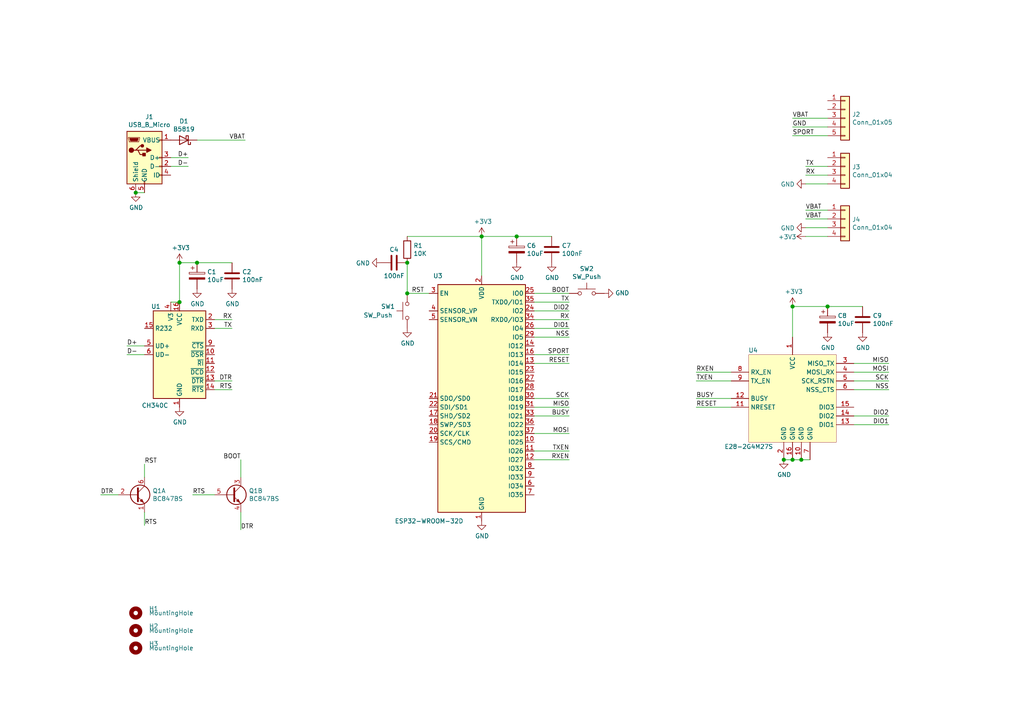
<source format=kicad_sch>
(kicad_sch (version 20201015) (generator eeschema)
  (page 1 1)
  (paper "A4")
  (lib_symbols
    (symbol "Connector:USB_B_Micro"
      (property "Reference" "J" (at -5.08 11.43 0))
      (property "Value" "USB_B_Micro" (at -5.08 8.89 0))
      (symbol "USB_B_Micro_0_1"
        (circle (center -3.81 2.159) (radius 0.635) (stroke (width 0.254)) (fill (type outline)))
        (circle (center -0.635 3.429) (radius 0.381) (stroke (width 0.254)) (fill (type outline)))
        (rectangle (start -5.08 -7.62) (end 5.08 7.62) (stroke (width 0.254)) (fill (type background)))
        (rectangle (start -0.127 -7.62) (end 0.127 -6.858))
        (rectangle (start 0.254 1.27) (end -0.508 0.508) (stroke (width 0.254)) (fill (type outline)))
        (rectangle (start 5.08 -5.207) (end 4.318 -4.953))
        (rectangle (start 5.08 -2.667) (end 4.318 -2.413))
        (rectangle (start 5.08 -0.127) (end 4.318 0.127))
        (rectangle (start 5.08 4.953) (end 4.318 5.207))
        (polyline (pts (xy -1.905 2.159) (xy 0.635 2.159)) (stroke (width 0.254)))
        (polyline (pts (xy -3.175 2.159) (xy -2.54 2.159) (xy -1.27 3.429) (xy -0.635 3.429)) (stroke (width 0.254)))
        (polyline (pts (xy -2.54 2.159) (xy -1.905 2.159) (xy -1.27 0.889) (xy 0 0.889)) (stroke (width 0.254)))
        (polyline (pts (xy 0.635 2.794) (xy 0.635 1.524) (xy 1.905 2.159) (xy 0.635 2.794)) (stroke (width 0.254)) (fill (type outline)))
        (polyline (pts (xy -4.318 5.588) (xy -1.778 5.588) (xy -2.032 4.826) (xy -4.064 4.826) (xy -4.318 5.588)) (fill (type outline)))
        (polyline (pts (xy -4.699 5.842) (xy -4.699 5.588) (xy -4.445 4.826) (xy -4.445 4.572) (xy -1.651 4.572) (xy -1.651 4.826) (xy -1.397 5.588) (xy -1.397 5.842) (xy -4.699 5.842)))
      )
      (symbol "USB_B_Micro_1_1"
        (pin power_out line (at 7.62 5.08 180) (length 2.54) (name "VBUS") (number "1"))
        (pin passive line (at 7.62 -2.54 180) (length 2.54) (name "D-") (number "2"))
        (pin passive line (at 7.62 0 180) (length 2.54) (name "D+") (number "3"))
        (pin passive line (at 7.62 -5.08 180) (length 2.54) (name "ID") (number "4"))
        (pin power_out line (at 0 -10.16 90) (length 2.54) (name "GND") (number "5"))
        (pin passive line (at -2.54 -10.16 90) (length 2.54) (name "Shield") (number "6"))
      )
    )
    (symbol "Connector_Generic:Conn_01x04" (pin_names hide)
      (property "Reference" "J" (at 0 5.08 0))
      (property "Value" "Conn_01x04" (at 0 -7.62 0))
      (symbol "Conn_01x04_1_1"
        (rectangle (start -1.27 -4.953) (end 0 -5.207) (stroke (width 0.1524)))
        (rectangle (start -1.27 -2.413) (end 0 -2.667) (stroke (width 0.1524)))
        (rectangle (start -1.27 2.667) (end 0 2.413) (stroke (width 0.1524)))
        (rectangle (start -1.27 3.81) (end 1.27 -6.35) (stroke (width 0.254)) (fill (type background)))
        (rectangle (start -1.27 0.127) (end 0 -0.127) (stroke (width 0.1524)))
        (pin passive line (at -5.08 2.54 0) (length 3.81) (name "Pin_1") (number "1"))
        (pin passive line (at -5.08 0 0) (length 3.81) (name "Pin_2") (number "2"))
        (pin passive line (at -5.08 -2.54 0) (length 3.81) (name "Pin_3") (number "3"))
        (pin passive line (at -5.08 -5.08 0) (length 3.81) (name "Pin_4") (number "4"))
      )
    )
    (symbol "Connector_Generic:Conn_01x05" (pin_names hide)
      (property "Reference" "J" (at 0 7.62 0))
      (property "Value" "Conn_01x05" (at 0 -7.62 0))
      (symbol "Conn_01x05_1_1"
        (rectangle (start -1.27 -4.953) (end 0 -5.207) (stroke (width 0.1524)))
        (rectangle (start -1.27 -2.413) (end 0 -2.667) (stroke (width 0.1524)))
        (rectangle (start -1.27 2.667) (end 0 2.413) (stroke (width 0.1524)))
        (rectangle (start -1.27 5.207) (end 0 4.953) (stroke (width 0.1524)))
        (rectangle (start -1.27 6.35) (end 1.27 -6.35) (stroke (width 0.254)) (fill (type background)))
        (rectangle (start -1.27 0.127) (end 0 -0.127) (stroke (width 0.1524)))
        (pin passive line (at -5.08 5.08 0) (length 3.81) (name "Pin_1") (number "1"))
        (pin passive line (at -5.08 2.54 0) (length 3.81) (name "Pin_2") (number "2"))
        (pin passive line (at -5.08 0 0) (length 3.81) (name "Pin_3") (number "3"))
        (pin passive line (at -5.08 -2.54 0) (length 3.81) (name "Pin_4") (number "4"))
        (pin passive line (at -5.08 -5.08 0) (length 3.81) (name "Pin_5") (number "5"))
      )
    )
    (symbol "ELRS_lib:E28-2G4M27S"
      (property "Reference" "U" (at -10.16 12.065 0))
      (property "Value" "E28-2G4M27S" (at -12.7 -17.78 0))
      (symbol "E28-2G4M27S_0_1"
        (rectangle (start -12.7 10.16) (end 12.7 -15.24) (stroke (width 0.001)) (fill (type background)))
      )
      (symbol "E28-2G4M27S_1_1"
        (pin input line (at 0 15.24 270) (length 5.08) (name "VCC") (number "1"))
        (pin input line (at -2.54 -20.32 90) (length 5.08) (name "GND") (number "2"))
        (pin input line (at 17.78 7.62 180) (length 5.08) (name "MISO_TX") (number "3"))
        (pin input line (at 17.78 5.08 180) (length 5.08) (name "MOSI_RX") (number "4"))
        (pin input line (at 17.78 2.54 180) (length 5.08) (name "SCK_RSTN") (number "5"))
        (pin input line (at 17.78 0 180) (length 5.08) (name "NSS_CTS") (number "6"))
        (pin input line (at 5.08 -20.32 90) (length 5.08) (name "GND") (number "7"))
        (pin input line (at -17.78 5.08 0) (length 5.08) (name "RX_EN") (number "8"))
        (pin input line (at -17.78 2.54 0) (length 5.08) (name "TX_EN") (number "9"))
        (pin input line (at 2.54 -20.32 90) (length 5.08) (name "GND") (number "10"))
        (pin input line (at -17.78 -5.08 0) (length 5.08) (name "NRESET") (number "11"))
        (pin input line (at -17.78 -2.54 0) (length 5.08) (name "BUSY") (number "12"))
        (pin input line (at 17.78 -10.16 180) (length 5.08) (name "DIO1") (number "13"))
        (pin input line (at 17.78 -7.62 180) (length 5.08) (name "DIO2") (number "14"))
        (pin input line (at 17.78 -5.08 180) (length 5.08) (name "DIO3") (number "15"))
        (pin input line (at 0 -20.32 90) (length 5.08) (name "GND") (number "16"))
      )
    )
    (symbol "Interface_USB:CH340C"
      (property "Reference" "U" (at -5.08 13.97 0))
      (property "Value" "CH340C" (at 1.27 13.97 0))
      (symbol "CH340C_0_1"
        (rectangle (start -7.62 12.7) (end 7.62 -12.7) (stroke (width 0.254)) (fill (type background)))
      )
      (symbol "CH340C_1_1"
        (pin power_in line (at 0 -15.24 90) (length 2.54) (name "GND") (number "1"))
        (pin input line (at 10.16 0 180) (length 2.54) (name "~DSR") (number "10"))
        (pin input line (at 10.16 -2.54 180) (length 2.54) (name "~RI") (number "11"))
        (pin input line (at 10.16 -5.08 180) (length 2.54) (name "~DCD") (number "12"))
        (pin output line (at 10.16 -7.62 180) (length 2.54) (name "~DTR") (number "13"))
        (pin output line (at 10.16 -10.16 180) (length 2.54) (name "~RTS") (number "14"))
        (pin input line (at -10.16 7.62 0) (length 2.54) (name "R232") (number "15"))
        (pin power_in line (at 0 15.24 270) (length 2.54) (name "VCC") (number "16"))
        (pin output line (at 10.16 10.16 180) (length 2.54) (name "TXD") (number "2"))
        (pin input line (at 10.16 7.62 180) (length 2.54) (name "RXD") (number "3"))
        (pin passive line (at -2.54 15.24 270) (length 2.54) (name "V3") (number "4"))
        (pin bidirectional line (at -10.16 2.54 0) (length 2.54) (name "UD+") (number "5"))
        (pin bidirectional line (at -10.16 0 0) (length 2.54) (name "UD-") (number "6"))
        (pin unconnected line (at -7.62 -7.62 0) (length 2.54) hide (name "NC") (number "7"))
        (pin unconnected line (at -7.62 -10.16 0) (length 2.54) hide (name "NC") (number "8"))
        (pin input line (at 10.16 2.54 180) (length 2.54) (name "~CTS") (number "9"))
      )
    )
    (symbol "Mechanical:MountingHole" (pin_names (offset 1.016))
      (property "Reference" "H" (at 0 5.08 0))
      (property "Value" "MountingHole" (at 0 3.175 0))
      (symbol "MountingHole_0_1"
        (circle (center 0 0) (radius 1.27) (stroke (width 1.27)))
      )
    )
    (symbol "RF_Module:ESP32-WROOM-32D"
      (property "Reference" "U" (at -12.7 34.29 0))
      (property "Value" "ESP32-WROOM-32D" (at 1.27 34.29 0))
      (symbol "ESP32-WROOM-32D_0_1"
        (rectangle (start -12.7 33.02) (end 12.7 -33.02) (stroke (width 0.254)) (fill (type background)))
      )
      (symbol "ESP32-WROOM-32D_1_1"
        (pin power_in line (at 0 -35.56 90) (length 2.54) (name "GND") (number "1"))
        (pin bidirectional line (at 15.24 -12.7 180) (length 2.54) (name "IO25") (number "10"))
        (pin bidirectional line (at 15.24 -15.24 180) (length 2.54) (name "IO26") (number "11"))
        (pin bidirectional line (at 15.24 -17.78 180) (length 2.54) (name "IO27") (number "12"))
        (pin bidirectional line (at 15.24 10.16 180) (length 2.54) (name "IO14") (number "13"))
        (pin bidirectional line (at 15.24 15.24 180) (length 2.54) (name "IO12") (number "14"))
        (pin passive line (at 0 -35.56 90) (length 2.54) hide (name "GND") (number "15"))
        (pin bidirectional line (at 15.24 12.7 180) (length 2.54) (name "IO13") (number "16"))
        (pin bidirectional line (at -15.24 -5.08 0) (length 2.54) (name "SHD/SD2") (number "17"))
        (pin bidirectional line (at -15.24 -7.62 0) (length 2.54) (name "SWP/SD3") (number "18"))
        (pin bidirectional line (at -15.24 -12.7 0) (length 2.54) (name "SCS/CMD") (number "19"))
        (pin power_in line (at 0 35.56 270) (length 2.54) (name "VDD") (number "2"))
        (pin bidirectional line (at -15.24 -10.16 0) (length 2.54) (name "SCK/CLK") (number "20"))
        (pin bidirectional line (at -15.24 0 0) (length 2.54) (name "SDO/SD0") (number "21"))
        (pin bidirectional line (at -15.24 -2.54 0) (length 2.54) (name "SDI/SD1") (number "22"))
        (pin bidirectional line (at 15.24 7.62 180) (length 2.54) (name "IO15") (number "23"))
        (pin bidirectional line (at 15.24 25.4 180) (length 2.54) (name "IO2") (number "24"))
        (pin bidirectional line (at 15.24 30.48 180) (length 2.54) (name "IO0") (number "25"))
        (pin bidirectional line (at 15.24 20.32 180) (length 2.54) (name "IO4") (number "26"))
        (pin bidirectional line (at 15.24 5.08 180) (length 2.54) (name "IO16") (number "27"))
        (pin bidirectional line (at 15.24 2.54 180) (length 2.54) (name "IO17") (number "28"))
        (pin bidirectional line (at 15.24 17.78 180) (length 2.54) (name "IO5") (number "29"))
        (pin input line (at -15.24 30.48 0) (length 2.54) (name "EN") (number "3"))
        (pin bidirectional line (at 15.24 0 180) (length 2.54) (name "IO18") (number "30"))
        (pin bidirectional line (at 15.24 -2.54 180) (length 2.54) (name "IO19") (number "31"))
        (pin unconnected line (at -12.7 -27.94 0) (length 2.54) hide (name "NC") (number "32"))
        (pin bidirectional line (at 15.24 -5.08 180) (length 2.54) (name "IO21") (number "33"))
        (pin bidirectional line (at 15.24 22.86 180) (length 2.54) (name "RXD0/IO3") (number "34"))
        (pin bidirectional line (at 15.24 27.94 180) (length 2.54) (name "TXD0/IO1") (number "35"))
        (pin bidirectional line (at 15.24 -7.62 180) (length 2.54) (name "IO22") (number "36"))
        (pin bidirectional line (at 15.24 -10.16 180) (length 2.54) (name "IO23") (number "37"))
        (pin passive line (at 0 -35.56 90) (length 2.54) hide (name "GND") (number "38"))
        (pin passive line (at 0 -35.56 90) (length 2.54) hide (name "GND") (number "39"))
        (pin input line (at -15.24 25.4 0) (length 2.54) (name "SENSOR_VP") (number "4"))
        (pin input line (at -15.24 22.86 0) (length 2.54) (name "SENSOR_VN") (number "5"))
        (pin input line (at 15.24 -25.4 180) (length 2.54) (name "IO34") (number "6"))
        (pin input line (at 15.24 -27.94 180) (length 2.54) (name "IO35") (number "7"))
        (pin bidirectional line (at 15.24 -20.32 180) (length 2.54) (name "IO32") (number "8"))
        (pin bidirectional line (at 15.24 -22.86 180) (length 2.54) (name "IO33") (number "9"))
      )
    )
    (symbol "Switch:SW_Push" (pin_numbers hide) (pin_names hide)
      (property "Reference" "SW" (at 1.27 2.54 0))
      (property "Value" "SW_Push" (at 0 -1.524 0))
      (symbol "SW_Push_0_1"
        (circle (center -2.032 0) (radius 0.508))
        (circle (center 2.032 0) (radius 0.508))
        (polyline (pts (xy 0 1.27) (xy 0 3.048)))
        (polyline (pts (xy 2.54 1.27) (xy -2.54 1.27)))
        (pin passive line (at -5.08 0 0) (length 2.54) (name "1") (number "1"))
        (pin passive line (at 5.08 0 180) (length 2.54) (name "2") (number "2"))
      )
    )
    (symbol "Transistor_BJT:BC847BS" (pin_names (offset 0) hide)
      (property "Reference" "Q" (at 5.08 1.27 0))
      (property "Value" "BC847BS" (at 5.08 -1.27 0))
      (symbol "BC847BS_0_1"
        (circle (center 1.27 0) (radius 2.8194) (stroke (width 0.254)))
        (polyline (pts (xy 0.635 0) (xy -2.54 0)))
        (polyline (pts (xy 0.635 0.635) (xy 2.54 2.54)))
        (polyline (pts (xy 0.635 -0.635) (xy 2.54 -2.54) (xy 2.54 -2.54)))
        (polyline (pts (xy 0.635 1.905) (xy 0.635 -1.905) (xy 0.635 -1.905)) (stroke (width 0.508)))
        (polyline (pts (xy 1.27 -1.778) (xy 1.778 -1.27) (xy 2.286 -2.286) (xy 1.27 -1.778) (xy 1.27 -1.778)) (fill (type outline)))
      )
      (symbol "BC847BS_1_1"
        (pin passive line (at 2.54 -5.08 90) (length 2.54) (name "E1") (number "1"))
        (pin input line (at -5.08 0 0) (length 2.54) (name "B1") (number "2"))
        (pin passive line (at 2.54 5.08 270) (length 2.54) (name "C1") (number "6"))
      )
      (symbol "BC847BS_2_1"
        (pin passive line (at 2.54 5.08 270) (length 2.54) (name "C2") (number "3"))
        (pin passive line (at 2.54 -5.08 90) (length 2.54) (name "E2") (number "4"))
        (pin input line (at -5.08 0 0) (length 2.54) (name "B2") (number "5"))
      )
    )
    (symbol "device:C" (pin_numbers hide) (pin_names (offset 0.254))
      (property "Reference" "C" (at 0.635 2.54 0))
      (property "Value" "C" (at 0.635 -2.54 0))
      (symbol "C_0_1"
        (polyline (pts (xy -2.032 -0.762) (xy 2.032 -0.762)) (stroke (width 0.508)))
        (polyline (pts (xy -2.032 0.762) (xy 2.032 0.762)) (stroke (width 0.508)))
      )
      (symbol "C_1_1"
        (pin passive line (at 0 3.81 270) (length 2.794) (name "~") (number "1"))
        (pin passive line (at 0 -3.81 90) (length 2.794) (name "~") (number "2"))
      )
    )
    (symbol "device:CP" (pin_numbers hide) (pin_names (offset 0.254))
      (property "Reference" "C" (at 0.635 2.54 0))
      (property "Value" "CP" (at 0.635 -2.54 0))
      (symbol "CP_0_1"
        (rectangle (start -2.286 0.508) (end 2.286 1.016))
        (rectangle (start 2.286 -0.508) (end -2.286 -1.016) (fill (type outline)))
        (polyline (pts (xy -1.778 2.286) (xy -0.762 2.286)))
        (polyline (pts (xy -1.27 2.794) (xy -1.27 1.778)))
      )
      (symbol "CP_1_1"
        (pin passive line (at 0 3.81 270) (length 2.794) (name "~") (number "1"))
        (pin passive line (at 0 -3.81 90) (length 2.794) (name "~") (number "2"))
      )
    )
    (symbol "device:D_Schottky" (pin_numbers hide) (pin_names hide)
      (property "Reference" "D" (at 0 2.54 0))
      (property "Value" "D_Schottky" (at 0 -2.54 0))
      (symbol "D_Schottky_0_1"
        (polyline (pts (xy 1.27 0) (xy -1.27 0)))
        (polyline (pts (xy 1.27 1.27) (xy 1.27 -1.27) (xy -1.27 0) (xy 1.27 1.27)) (stroke (width 0.254)))
        (polyline (pts (xy -1.905 0.635) (xy -1.905 1.27) (xy -1.27 1.27) (xy -1.27 -1.27) (xy -0.635 -1.27) (xy -0.635 -0.635)) (stroke (width 0.254)))
      )
      (symbol "D_Schottky_1_1"
        (pin passive line (at -3.81 0 0) (length 2.54) (name "K") (number "1"))
        (pin passive line (at 3.81 0 180) (length 2.54) (name "A") (number "2"))
      )
    )
    (symbol "device:R" (pin_numbers hide) (pin_names (offset 0))
      (property "Reference" "R" (at 2.032 0 90))
      (property "Value" "R" (at 0 0 90))
      (symbol "R_0_1"
        (rectangle (start -1.016 -2.54) (end 1.016 2.54) (stroke (width 0.254)))
      )
      (symbol "R_1_1"
        (pin passive line (at 0 3.81 270) (length 1.27) (name "~") (number "1"))
        (pin passive line (at 0 -3.81 90) (length 1.27) (name "~") (number "2"))
      )
    )
    (symbol "power:+3V3" (power) (pin_names (offset 0))
      (property "Value" "+3V3" (at 0 3.556 0))
      (symbol "+3V3_0_1"
        (polyline (pts (xy -0.762 1.27) (xy 0 2.54)))
        (polyline (pts (xy 0 0) (xy 0 2.54)))
        (polyline (pts (xy 0 2.54) (xy 0.762 1.27)))
      )
      (symbol "+3V3_1_1"
        (pin power_in line (at 0 0 90) (length 0) hide (name "+3V3") (number "1"))
      )
    )
    (symbol "power:GND" (power) (pin_names (offset 0))
      (property "Value" "GND" (at 0 -3.81 0))
      (symbol "GND_0_1"
        (polyline (pts (xy 0 0) (xy 0 -1.27) (xy 1.27 -1.27) (xy 0 -2.54) (xy -1.27 -1.27) (xy 0 -1.27)))
      )
      (symbol "GND_1_1"
        (pin power_in line (at 0 0 270) (length 0) hide (name "GND") (number "1"))
      )
    )
  )
  (junction (at 39.37 55.88) (diameter 1.016))
  (junction (at 52.07 76.2) (diameter 1.016))
  (junction (at 52.07 87.63) (diameter 1.016))
  (junction (at 57.15 76.2) (diameter 1.016))
  (junction (at 118.11 76.2) (diameter 1.016))
  (junction (at 118.11 85.09) (diameter 1.016))
  (junction (at 139.7 68.58) (diameter 1.016))
  (junction (at 149.86 68.58) (diameter 1.016))
  (junction (at 227.33 133.35) (diameter 1.016))
  (junction (at 229.87 88.9) (diameter 1.016))
  (junction (at 229.87 133.35) (diameter 1.016))
  (junction (at 232.41 133.35) (diameter 1.016))
  (junction (at 240.03 88.9) (diameter 1.016))
  (wire (pts (xy 34.29 143.51) (xy 29.21 143.51)))
  (wire (pts (xy 39.37 55.88) (xy 41.91 55.88)))
  (wire (pts (xy 41.91 100.33) (xy 36.83 100.33)))
  (wire (pts (xy 41.91 102.87) (xy 36.83 102.87)))
  (wire (pts (xy 41.91 134.62) (xy 41.91 138.43)))
  (wire (pts (xy 41.91 148.59) (xy 41.91 152.4)))
  (wire (pts (xy 49.53 45.72) (xy 54.61 45.72)))
  (wire (pts (xy 49.53 48.26) (xy 54.61 48.26)))
  (wire (pts (xy 49.53 87.63) (xy 52.07 87.63)))
  (wire (pts (xy 52.07 76.2) (xy 52.07 87.63)))
  (wire (pts (xy 52.07 76.2) (xy 57.15 76.2)))
  (wire (pts (xy 55.88 143.51) (xy 62.23 143.51)))
  (wire (pts (xy 57.15 40.64) (xy 71.12 40.64)))
  (wire (pts (xy 57.15 76.2) (xy 67.31 76.2)))
  (wire (pts (xy 62.23 92.71) (xy 67.31 92.71)))
  (wire (pts (xy 62.23 95.25) (xy 67.31 95.25)))
  (wire (pts (xy 62.23 110.49) (xy 67.31 110.49)))
  (wire (pts (xy 62.23 113.03) (xy 67.31 113.03)))
  (wire (pts (xy 69.85 133.35) (xy 69.85 138.43)))
  (wire (pts (xy 69.85 148.59) (xy 69.85 153.67)))
  (wire (pts (xy 118.11 68.58) (xy 139.7 68.58)))
  (wire (pts (xy 118.11 76.2) (xy 118.11 85.09)))
  (wire (pts (xy 118.11 85.09) (xy 124.46 85.09)))
  (wire (pts (xy 139.7 68.58) (xy 139.7 80.01)))
  (wire (pts (xy 139.7 68.58) (xy 149.86 68.58)))
  (wire (pts (xy 149.86 68.58) (xy 160.02 68.58)))
  (wire (pts (xy 154.94 85.09) (xy 165.1 85.09)))
  (wire (pts (xy 154.94 87.63) (xy 165.1 87.63)))
  (wire (pts (xy 154.94 90.17) (xy 165.1 90.17)))
  (wire (pts (xy 154.94 92.71) (xy 165.1 92.71)))
  (wire (pts (xy 154.94 95.25) (xy 165.1 95.25)))
  (wire (pts (xy 154.94 97.79) (xy 165.1 97.79)))
  (wire (pts (xy 154.94 102.87) (xy 165.1 102.87)))
  (wire (pts (xy 154.94 105.41) (xy 165.1 105.41)))
  (wire (pts (xy 154.94 115.57) (xy 165.1 115.57)))
  (wire (pts (xy 154.94 118.11) (xy 165.1 118.11)))
  (wire (pts (xy 154.94 120.65) (xy 165.1 120.65)))
  (wire (pts (xy 154.94 125.73) (xy 165.1 125.73)))
  (wire (pts (xy 154.94 130.81) (xy 165.1 130.81)))
  (wire (pts (xy 154.94 133.35) (xy 165.1 133.35)))
  (wire (pts (xy 212.09 107.95) (xy 201.93 107.95)))
  (wire (pts (xy 212.09 110.49) (xy 201.93 110.49)))
  (wire (pts (xy 212.09 115.57) (xy 201.93 115.57)))
  (wire (pts (xy 212.09 118.11) (xy 201.93 118.11)))
  (wire (pts (xy 227.33 133.35) (xy 229.87 133.35)))
  (wire (pts (xy 229.87 34.29) (xy 240.03 34.29)))
  (wire (pts (xy 229.87 36.83) (xy 240.03 36.83)))
  (wire (pts (xy 229.87 39.37) (xy 240.03 39.37)))
  (wire (pts (xy 229.87 88.9) (xy 229.87 97.79)))
  (wire (pts (xy 229.87 88.9) (xy 240.03 88.9)))
  (wire (pts (xy 229.87 133.35) (xy 232.41 133.35)))
  (wire (pts (xy 232.41 133.35) (xy 234.95 133.35)))
  (wire (pts (xy 233.68 48.26) (xy 240.03 48.26)))
  (wire (pts (xy 233.68 50.8) (xy 240.03 50.8)))
  (wire (pts (xy 233.68 53.34) (xy 240.03 53.34)))
  (wire (pts (xy 233.68 60.96) (xy 240.03 60.96)))
  (wire (pts (xy 233.68 63.5) (xy 240.03 63.5)))
  (wire (pts (xy 233.68 66.04) (xy 240.03 66.04)))
  (wire (pts (xy 233.68 68.58) (xy 240.03 68.58)))
  (wire (pts (xy 240.03 88.9) (xy 250.19 88.9)))
  (wire (pts (xy 247.65 105.41) (xy 257.81 105.41)))
  (wire (pts (xy 247.65 107.95) (xy 257.81 107.95)))
  (wire (pts (xy 247.65 110.49) (xy 257.81 110.49)))
  (wire (pts (xy 247.65 113.03) (xy 257.81 113.03)))
  (wire (pts (xy 247.65 120.65) (xy 257.81 120.65)))
  (wire (pts (xy 247.65 123.19) (xy 257.81 123.19)))
  (label "DTR" (at 29.21 143.51 0))
  (label "D+" (at 36.83 100.33 0))
  (label "D-" (at 36.83 102.87 0))
  (label "RST" (at 41.91 134.62 0))
  (label "RTS" (at 41.91 152.4 0))
  (label "D+" (at 54.61 45.72 180))
  (label "D-" (at 54.61 48.26 180))
  (label "RTS" (at 55.88 143.51 0))
  (label "RX" (at 67.31 92.71 180))
  (label "TX" (at 67.31 95.25 180))
  (label "DTR" (at 67.31 110.49 180))
  (label "RTS" (at 67.31 113.03 180))
  (label "BOOT" (at 69.85 133.35 180))
  (label "DTR" (at 69.85 153.67 0))
  (label "VBAT" (at 71.12 40.64 180))
  (label "RST" (at 119.38 85.09 0))
  (label "BOOT" (at 165.1 85.09 180))
  (label "TX" (at 165.1 87.63 180))
  (label "DIO2" (at 165.1 90.17 180))
  (label "RX" (at 165.1 92.71 180))
  (label "DIO1" (at 165.1 95.25 180))
  (label "NSS" (at 165.1 97.79 180))
  (label "SPORT" (at 165.1 102.87 180))
  (label "RESET" (at 165.1 105.41 180))
  (label "SCK" (at 165.1 115.57 180))
  (label "MISO" (at 165.1 118.11 180))
  (label "BUSY" (at 165.1 120.65 180))
  (label "MOSI" (at 165.1 125.73 180))
  (label "TXEN" (at 165.1 130.81 180))
  (label "RXEN" (at 165.1 133.35 180))
  (label "RXEN" (at 201.93 107.95 0))
  (label "TXEN" (at 201.93 110.49 0))
  (label "BUSY" (at 201.93 115.57 0))
  (label "RESET" (at 201.93 118.11 0))
  (label "VBAT" (at 229.87 34.29 0))
  (label "GND" (at 229.87 36.83 0))
  (label "SPORT" (at 229.87 39.37 0))
  (label "TX" (at 233.68 48.26 0))
  (label "RX" (at 233.68 50.8 0))
  (label "VBAT" (at 233.68 60.96 0))
  (label "VBAT" (at 233.68 63.5 0))
  (label "MISO" (at 257.81 105.41 180))
  (label "MOSI" (at 257.81 107.95 180))
  (label "SCK" (at 257.81 110.49 180))
  (label "NSS" (at 257.81 113.03 180))
  (label "DIO2" (at 257.81 120.65 180))
  (label "DIO1" (at 257.81 123.19 180))
  (symbol (lib_id "power:+3V3") (at 52.07 76.2 0) (unit 1)
    (property "Reference" "#PWR02" (effects hide))
    (property "Value" "+3V3" (at 52.4383 71.8756 0))
  )
  (symbol (lib_id "power:+3V3") (at 139.7 68.58 0) (unit 1)
    (property "Reference" "#PWR014" (effects hide))
    (property "Value" "+3V3" (at 140.0683 64.2556 0))
  )
  (symbol (lib_id "power:+3V3") (at 229.87 88.9 0) (unit 1)
    (property "Reference" "#PWR020" (effects hide))
    (property "Value" "+3V3" (at 230.2383 84.5756 0))
  )
  (symbol (lib_id "power:+3V3") (at 233.68 68.58 90) (unit 1)
    (property "Reference" "#PWR?" (effects hide))
    (property "Value" "+3V3" (at 228.3396 68.7197 90))
  )
  (symbol (lib_id "power:GND") (at 39.37 55.88 0) (unit 1)
    (property "Reference" "#PWR01" (effects hide))
    (property "Value" "GND" (at 39.4843 60.2044 0))
  )
  (symbol (lib_id "power:GND") (at 52.07 118.11 0) (unit 1)
    (property "Reference" "#PWR03" (effects hide))
    (property "Value" "GND" (at 52.1843 122.4344 0))
  )
  (symbol (lib_id "power:GND") (at 57.15 83.82 0) (unit 1)
    (property "Reference" "#PWR04" (effects hide))
    (property "Value" "GND" (at 57.2643 88.1444 0))
  )
  (symbol (lib_id "power:GND") (at 67.31 83.82 0) (unit 1)
    (property "Reference" "#PWR06" (effects hide))
    (property "Value" "GND" (at 67.4243 88.1444 0))
  )
  (symbol (lib_id "power:GND") (at 110.49 76.2 270) (unit 1)
    (property "Reference" "#PWR09" (effects hide))
    (property "Value" "GND" (at 107.315 76.3143 90) (effects (justify right)))
  )
  (symbol (lib_id "power:GND") (at 118.11 95.25 0) (unit 1)
    (property "Reference" "#PWR010" (effects hide))
    (property "Value" "GND" (at 118.2243 99.5744 0))
  )
  (symbol (lib_id "power:GND") (at 139.7 151.13 0) (unit 1)
    (property "Reference" "#PWR015" (effects hide))
    (property "Value" "GND" (at 139.8143 155.4544 0))
  )
  (symbol (lib_id "power:GND") (at 149.86 76.2 0) (unit 1)
    (property "Reference" "#PWR016" (effects hide))
    (property "Value" "GND" (at 149.9743 80.5244 0))
  )
  (symbol (lib_id "power:GND") (at 160.02 76.2 0) (unit 1)
    (property "Reference" "#PWR017" (effects hide))
    (property "Value" "GND" (at 160.1343 80.5244 0))
  )
  (symbol (lib_id "power:GND") (at 175.26 85.09 90) (unit 1)
    (property "Reference" "#PWR018" (effects hide))
    (property "Value" "GND" (at 178.435 84.9757 90) (effects (justify right)))
  )
  (symbol (lib_id "power:GND") (at 227.33 133.35 0) (unit 1)
    (property "Reference" "#PWR019" (effects hide))
    (property "Value" "GND" (at 227.4443 137.6744 0))
  )
  (symbol (lib_id "power:GND") (at 233.68 53.34 270) (unit 1)
    (property "Reference" "#PWR021" (effects hide))
    (property "Value" "GND" (at 230.505 53.4543 90) (effects (justify right)))
  )
  (symbol (lib_id "power:GND") (at 233.68 66.04 270) (unit 1)
    (property "Reference" "#PWR022" (effects hide))
    (property "Value" "GND" (at 230.505 66.1543 90) (effects (justify right)))
  )
  (symbol (lib_id "power:GND") (at 240.03 96.52 0) (unit 1)
    (property "Reference" "#PWR024" (effects hide))
    (property "Value" "GND" (at 240.1443 100.8444 0))
  )
  (symbol (lib_id "power:GND") (at 250.19 96.52 0) (unit 1)
    (property "Reference" "#PWR025" (effects hide))
    (property "Value" "GND" (at 250.3043 100.8444 0))
  )
  (symbol (lib_id "Mechanical:MountingHole") (at 39.37 177.8 0) (unit 1)
    (property "Reference" "H1" (at 43.18 176.53 0) (effects (justify left)))
    (property "Value" "MountingHole" (at 43.18 177.8 0) (effects (justify left)))
    (property "Footprint" "MountingHole:MountingHole_3.2mm_M3" (effects hide))
  )
  (symbol (lib_id "Mechanical:MountingHole") (at 39.37 182.88 0) (unit 1)
    (property "Reference" "H2" (at 43.18 181.61 0) (effects (justify left)))
    (property "Value" "MountingHole" (at 43.18 182.88 0) (effects (justify left)))
    (property "Footprint" "MountingHole:MountingHole_3.2mm_M3" (effects hide))
  )
  (symbol (lib_id "Mechanical:MountingHole") (at 39.37 187.96 0) (unit 1)
    (property "Reference" "H3" (at 43.18 186.69 0) (effects (justify left)))
    (property "Value" "MountingHole" (at 43.18 187.96 0) (effects (justify left)))
    (property "Footprint" "MountingHole:MountingHole_3.2mm_M3" (effects hide))
  )
  (symbol (lib_id "device:R") (at 118.11 72.39 0) (unit 1)
    (property "Reference" "R1" (at 119.8881 71.2406 0) (effects (justify left)))
    (property "Value" "10K" (at 119.8881 73.5393 0) (effects (justify left)))
    (property "Footprint" "Resistor_SMD:R_0603_1608Metric_Pad1.05x0.95mm_HandSolder" (effects hide))
  )
  (symbol (lib_id "device:D_Schottky") (at 53.34 40.64 180) (unit 1)
    (property "Reference" "D1" (at 53.34 35.1598 0))
    (property "Value" "B5819" (at 53.34 37.4585 0))
    (property "Footprint" "Diode_SMD:D_SOD-323_HandSoldering" (effects hide))
  )
  (symbol (lib_id "device:CP") (at 57.15 80.01 0) (unit 1)
    (property "Reference" "C1" (at 60.0711 78.8606 0) (effects (justify left)))
    (property "Value" "10uF" (at 60.0711 81.1593 0) (effects (justify left)))
    (property "Footprint" "Capacitor_Tantalum_SMD:CP_EIA-1608-08_AVX-J_Pad1.25x1.05mm_HandSolder" (effects hide))
  )
  (symbol (lib_id "device:C") (at 67.31 80.01 0) (unit 1)
    (property "Reference" "C2" (at 70.2311 78.8606 0) (effects (justify left)))
    (property "Value" "100nF" (at 70.2311 81.1593 0) (effects (justify left)))
    (property "Footprint" "Capacitor_SMD:C_0603_1608Metric_Pad1.05x0.95mm_HandSolder" (effects hide))
  )
  (symbol (lib_id "device:C") (at 114.3 76.2 90) (unit 1)
    (property "Reference" "C4" (at 114.3 72.39 90))
    (property "Value" "100nF" (at 114.3 80.01 90))
    (property "Footprint" "Capacitor_SMD:C_0603_1608Metric_Pad1.05x0.95mm_HandSolder" (effects hide))
  )
  (symbol (lib_id "device:CP") (at 149.86 72.39 0) (unit 1)
    (property "Reference" "C6" (at 152.7811 71.2406 0) (effects (justify left)))
    (property "Value" "10uF" (at 152.7811 73.5393 0) (effects (justify left)))
    (property "Footprint" "Capacitor_Tantalum_SMD:CP_EIA-1608-08_AVX-J_Pad1.25x1.05mm_HandSolder" (effects hide))
  )
  (symbol (lib_id "device:C") (at 160.02 72.39 0) (unit 1)
    (property "Reference" "C7" (at 162.9411 71.2406 0) (effects (justify left)))
    (property "Value" "100nF" (at 162.9411 73.5393 0) (effects (justify left)))
    (property "Footprint" "Capacitor_SMD:C_0603_1608Metric_Pad1.05x0.95mm_HandSolder" (effects hide))
  )
  (symbol (lib_id "device:CP") (at 240.03 92.71 0) (unit 1)
    (property "Reference" "C8" (at 242.9511 91.5606 0) (effects (justify left)))
    (property "Value" "10uF" (at 242.9511 93.8593 0) (effects (justify left)))
    (property "Footprint" "Capacitor_Tantalum_SMD:CP_EIA-1608-08_AVX-J_Pad1.25x1.05mm_HandSolder" (effects hide))
  )
  (symbol (lib_id "device:C") (at 250.19 92.71 0) (unit 1)
    (property "Reference" "C9" (at 253.1111 91.5606 0) (effects (justify left)))
    (property "Value" "100nF" (at 253.1111 93.8593 0) (effects (justify left)))
    (property "Footprint" "Capacitor_SMD:C_0603_1608Metric_Pad1.05x0.95mm_HandSolder" (effects hide))
  )
  (symbol (lib_id "Switch:SW_Push") (at 118.11 90.17 90) (unit 1)
    (property "Reference" "SW1" (at 110.49 88.9 90) (effects (justify right)))
    (property "Value" "SW_Push" (at 105.41 91.44 90) (effects (justify right)))
    (property "Footprint" "Button_Switch_SMD:SW_SPST_TL3342" (effects hide))
  )
  (symbol (lib_id "Switch:SW_Push") (at 170.18 85.09 0) (unit 1)
    (property "Reference" "SW2" (at 170.18 77.9588 0))
    (property "Value" "SW_Push" (at 170.18 80.2575 0))
    (property "Footprint" "Button_Switch_SMD:SW_SPST_TL3342" (effects hide))
  )
  (symbol (lib_id "Connector_Generic:Conn_01x04") (at 245.11 48.26 0) (unit 1)
    (property "Reference" "J3" (at 247.1421 48.4314 0) (effects (justify left)))
    (property "Value" "Conn_01x04" (at 247.1421 50.7301 0) (effects (justify left)))
    (property "Footprint" "Connector_PinHeader_2.54mm:PinHeader_1x04_P2.54mm_Vertical" (effects hide))
  )
  (symbol (lib_id "Connector_Generic:Conn_01x04") (at 245.11 63.5 0) (unit 1)
    (property "Reference" "J4" (at 247.1421 63.6714 0) (effects (justify left)))
    (property "Value" "Conn_01x04" (at 247.1421 65.9701 0) (effects (justify left)))
    (property "Footprint" "Connector_PinHeader_2.54mm:PinHeader_1x04_P2.54mm_Vertical" (effects hide))
  )
  (symbol (lib_id "Connector_Generic:Conn_01x05") (at 245.11 34.29 0) (unit 1)
    (property "Reference" "J2" (at 247.1421 33.1914 0) (effects (justify left)))
    (property "Value" "Conn_01x05" (at 247.1421 35.4901 0) (effects (justify left)))
    (property "Footprint" "ELRS_lib:MOLEX_0022142054" (effects hide))
  )
  (symbol (lib_id "Transistor_BJT:BC847BS") (at 39.37 143.51 0) (unit 1)
    (property "Reference" "Q1" (at 44.2215 142.3606 0) (effects (justify left)))
    (property "Value" "BC847BS" (at 44.2215 144.6593 0) (effects (justify left)))
    (property "Footprint" "Package_TO_SOT_SMD:SOT-363_SC-70-6" (effects hide))
    (property "Datasheet" "https://assets.nexperia.com/documents/data-sheet/BC847BS.pdf" (effects hide))
  )
  (symbol (lib_id "Transistor_BJT:BC847BS") (at 67.31 143.51 0) (unit 2)
    (property "Reference" "Q1" (at 72.1615 142.3606 0) (effects (justify left)))
    (property "Value" "BC847BS" (at 72.1615 144.6593 0) (effects (justify left)))
    (property "Footprint" "Package_TO_SOT_SMD:SOT-363_SC-70-6" (effects hide))
    (property "Datasheet" "https://assets.nexperia.com/documents/data-sheet/BC847BS.pdf" (effects hide))
  )
  (symbol (lib_id "Connector:USB_B_Micro") (at 41.91 45.72 0) (unit 1)
    (property "Reference" "J1" (at 43.307 33.8898 0))
    (property "Value" "USB_B_Micro" (at 43.307 36.1885 0))
    (property "Footprint" "Connector_USB:USB_Micro-B_Wuerth_614105150721_Vertical" (effects hide))
  )
  (symbol (lib_id "Interface_USB:CH340C") (at 52.07 102.87 0) (unit 1)
    (property "Reference" "U1" (at 45.212 88.9 0))
    (property "Value" "CH340C" (at 44.958 117.602 0))
    (property "Footprint" "Package_SO:SOIC-16_3.9x9.9mm_P1.27mm" (effects hide))
    (property "Datasheet" "https://datasheet.lcsc.com/szlcsc/Jiangsu-Qin-Heng-CH340C_C84681.pdf" (effects hide))
  )
  (symbol (lib_id "ELRS_lib:E28-2G4M27S") (at 229.87 113.03 0) (unit 1)
    (property "Reference" "U4" (at 218.44 101.6 0))
    (property "Value" "E28-2G4M27S" (at 217.17 129.54 0))
    (property "Footprint" "ELRS_lib:E28-2G4M27S" (effects hide))
  )
  (symbol (lib_id "RF_Module:ESP32-WROOM-32D") (at 139.7 115.57 0) (unit 1)
    (property "Reference" "U3" (at 127 80.01 0))
    (property "Value" "ESP32-WROOM-32D" (at 124.46 151.13 0))
    (property "Footprint" "RF_Module:ESP32-WROOM-32" (effects hide))
    (property "Datasheet" "https://www.espressif.com/sites/default/files/documentation/esp32-wroom-32d_esp32-wroom-32u_datasheet_en.pdf" (effects hide))
  )
)
</source>
